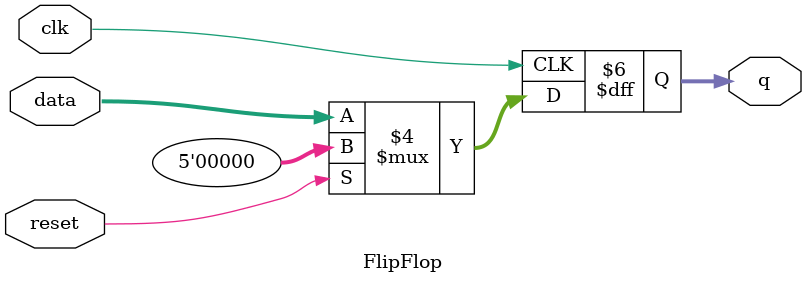
<source format=v>
module FlipFlop (data, clk, reset, q);

input [4:0]data;
input clk, reset; 

output reg [4:0]q;

always @ ( posedge clk)
if (reset == 1'b1) 
  q <= 5'b00000;
else 
  q <= data;

endmodule
</source>
